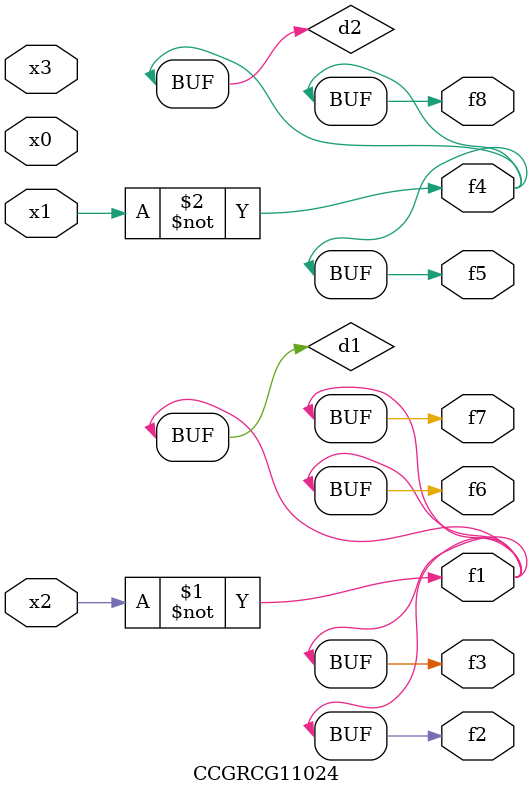
<source format=v>
module CCGRCG11024(
	input x0, x1, x2, x3,
	output f1, f2, f3, f4, f5, f6, f7, f8
);

	wire d1, d2;

	xnor (d1, x2);
	not (d2, x1);
	assign f1 = d1;
	assign f2 = d1;
	assign f3 = d1;
	assign f4 = d2;
	assign f5 = d2;
	assign f6 = d1;
	assign f7 = d1;
	assign f8 = d2;
endmodule

</source>
